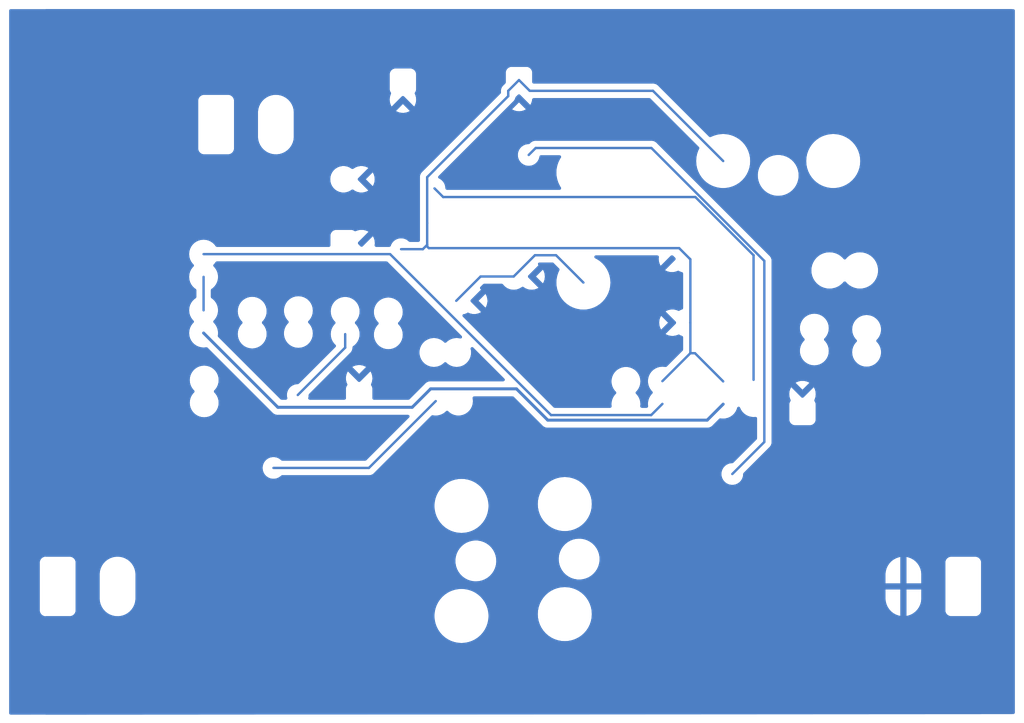
<source format=kicad_pcb>
(kicad_pcb (version 20211014) (generator pcbnew)
  (title_block (date "2022-07-19") (comment 9 "hrishikesh m rao"))
  (layers (0 "F.Cu" signal) (31 "B.Cu" signal) (34 "B.Paste" user) (35 "F.Paste" user) (36 "B.SilkS" user "B.Silkscreen") (37 "F.SilkS" user "F.Silkscreen") (38 "B.Mask" user) (39 "F.Mask" user) (44 "Edge.Cuts" user))
  (net 0 "")
  (net 1 "ground")
  (net 2 "analog")
  (net 3 "Net-(R1-Pad1)")
  (net 4 "Net-(R16-Pad2)")
  (net 5 "Net-(R6-Pad1)")
  (net 6 "i1A")
  (net 7 "Net-(R14-Pad1)")
  (net 8 "adc1 channel 1")
  (segment (start 139.192 144.272) (end 143.256 148.336) (width 0.25) (layer "B.Cu") (net 1))
  (segment (start 136.144 144.272) (end 139.192 144.272) (width 0.25) (layer "B.Cu") (net 1))
  (segment (start 173.482 144.526) (end 177.546 148.59) (width 0.25) (layer "B.Cu") (net 1))
  (segment (start 177.546 148.59) (end 179.324 148.59) (width 0.25) (layer "B.Cu") (net 1))
  (segment (start 157.6832 97.880201) (end 158.582711 98.779712) (width 0.2) (layer "B.Cu") (net 2))
  (segment (start 171.069894 111.927289) (end 171.969405 112.8268) (width 0.2) (layer "B.Cu") (net 2))
  (segment (start 168.883712 98.779712) (end 174.752 104.648) (width 0.2) (layer "B.Cu") (net 2))
  (segment (start 172.0088 112.866195) (end 171.969405 112.8268) (width 0.2) (layer "B.Cu") (net 2))
  (segment (start 157.238 114.3) (end 159.016 112.522) (width 0.2) (layer "B.Cu") (net 2))
  (segment (start 150.14567 111.927289) (end 171.069894 111.927289) (width 0.2) (layer "B.Cu") (net 2))
  (segment (start 174.752 123.068) (end 172.3942 120.7102) (width 0.2) (layer "B.Cu") (net 2))
  (segment (start 152.439401 116.332) (end 154.471401 114.3) (width 0.2) (layer "B.Cu") (net 2))
  (segment (start 172.0088 118.1608) (end 172.0088 112.866195) (width 0.2) (layer "B.Cu") (net 2))
  (segment (start 150.007427 111.653427) (end 150.007427 109.834573) (width 0.2) (layer "B.Cu") (net 2))
  (segment (start 172.0088 118.1608) (end 172.0088 120.7102) (width 0.2) (layer "B.Cu") (net 2))
  (segment (start 147.828 112.014) (end 149.646854 112.014) (width 0.2) (layer "B.Cu") (net 2))
  (segment (start 131.318 117.1244) (end 131.318 114.3298) (width 0.2) (layer "B.Cu") (net 2))
  (segment (start 150.007427 109.834573) (end 150.007427 105.997832) (width 0.2) (layer "B.Cu") (net 2))
  (segment (start 150.007427 111.789046) (end 150.007427 111.653427) (width 0.2) (layer "B.Cu") (net 2))
  (segment (start 172.3942 120.7102) (end 172.0088 120.7102) (width 0.2) (layer "B.Cu") (net 2))
  (segment (start 159.016 112.522) (end 160.782 112.522) (width 0.2) (layer "B.Cu") (net 2))
  (segment (start 156.783689 98.779712) (end 157.6832 97.880201) (width 0.2) (layer "B.Cu") (net 2))
  (segment (start 158.582711 98.779712) (end 168.883712 98.779712) (width 0.2) (layer "B.Cu") (net 2))
  (segment (start 150.007427 105.997832) (end 156.783689 99.22157) (width 0.2) (layer "B.Cu") (net 2))
  (segment (start 172.0088 120.7102) (end 169.672 123.047) (width 0.2) (layer "B.Cu") (net 2))
  (segment (start 150.14567 111.927289) (end 150.007427 111.789046) (width 0.2) (layer "B.Cu") (net 2))
  (segment (start 154.471401 114.3) (end 157.238 114.3) (width 0.2) (layer "B.Cu") (net 2))
  (segment (start 160.782 112.522) (end 163.068 114.808) (width 0.2) (layer "B.Cu") (net 2))
  (segment (start 156.783689 99.22157) (end 156.783689 98.779712) (width 0.2) (layer "B.Cu") (net 2))
  (segment (start 149.646854 112.014) (end 150.007427 111.653427) (width 0.2) (layer "B.Cu") (net 2))
  (segment (start 137.525711 125.232111) (end 148.756611 125.232111) (width 0.25) (layer "B.Cu") (net 3))
  (segment (start 148.756611 125.232111) (end 150.299233 123.689489) (width 0.25) (layer "B.Cu") (net 3))
  (segment (start 150.299233 123.689489) (end 157.471489 123.689489) (width 0.25) (layer "B.Cu") (net 3))
  (segment (start 160.089093 126.307093) (end 173.412907 126.307093) (width 0.25) (layer "B.Cu") (net 3))
  (segment (start 157.471489 123.689489) (end 160.089093 126.307093) (width 0.25) (layer "B.Cu") (net 3))
  (segment (start 173.412907 126.307093) (end 174.752 124.968) (width 0.25) (layer "B.Cu") (net 3))
  (segment (start 131.318 119.0244) (end 137.525711 125.232111) (width 0.25) (layer "B.Cu") (net 3))
  (segment (start 137.16 130.302) (end 145.1356 130.302) (width 0.2) (layer "B.Cu") (net 4))
  (segment (start 145.1356 130.302) (end 150.7236 124.714) (width 0.2) (layer "B.Cu") (net 4))
  (segment (start 143.1544 119.1166) (end 143.1544 120.2436) (width 0.2) (layer "B.Cu") (net 5))
  (segment (start 143.1544 120.2436) (end 139.192 124.206) (width 0.2) (layer "B.Cu") (net 5))
  (segment (start 177.292 112.522) (end 177.292 122.936) (width 0.2) (layer "B.Cu") (net 6))
  (segment (start 151.345511 107.657511) (end 172.427511 107.657511) (width 0.2) (layer "B.Cu") (net 6))
  (segment (start 150.622 106.934) (end 151.345511 107.657511) (width 0.2) (layer "B.Cu") (net 6))
  (segment (start 172.427511 107.657511) (end 177.292 112.522) (width 0.2) (layer "B.Cu") (net 6))
  (segment (start 160.360828 125.882573) (end 168.736427 125.882573) (width 0.2) (layer "B.Cu") (net 7))
  (segment (start 168.736427 125.882573) (end 169.672 124.947) (width 0.2) (layer "B.Cu") (net 7))
  (segment (start 131.318 112.4298) (end 146.908055 112.4298) (width 0.2) (layer "B.Cu") (net 7))
  (segment (start 146.908055 112.4298) (end 160.360828 125.882573) (width 0.2) (layer "B.Cu") (net 7))
  (segment (start 178.191511 128.132489) (end 175.514 130.81) (width 0.2) (layer "B.Cu") (net 8))
  (segment (start 168.752074 103.558489) (end 178.191511 112.997926) (width 0.2) (layer "B.Cu") (net 8))
  (segment (start 159.077511 103.558489) (end 168.752074 103.558489) (width 0.2) (layer "B.Cu") (net 8))
  (segment (start 158.496 104.14) (end 159.077511 103.558489) (width 0.2) (layer "B.Cu") (net 8))
  (segment (start 178.191511 112.997926) (end 178.191511 128.132489) (width 0.2) (layer "B.Cu") (net 8))
  (zone (net 1) (net_name "ground") (layer "B.Cu") (connect_pads (clearance 0.508)) (min_thickness 0.254) (fill yes (thermal_gap 0.508) (thermal_bridge_width 0.508))
    (polygon (pts (xy 198.882 151.638) (xy 118.11 151.638) (xy 118.11 91.186) (xy 198.882 91.186)))
  )
  (zone (net 1) (net_name "ground") (layer "B.Cu") (connect_pads (clearance 0.508)) (min_thickness 0.254) (fill yes (thermal_gap 0.508) (thermal_bridge_width 0.508))
    (polygon (pts (xy 199.898 151.638) (xy 114.3 151.638) (xy 114.3 91.186) (xy 199.898 91.186)))
  )
)
</source>
